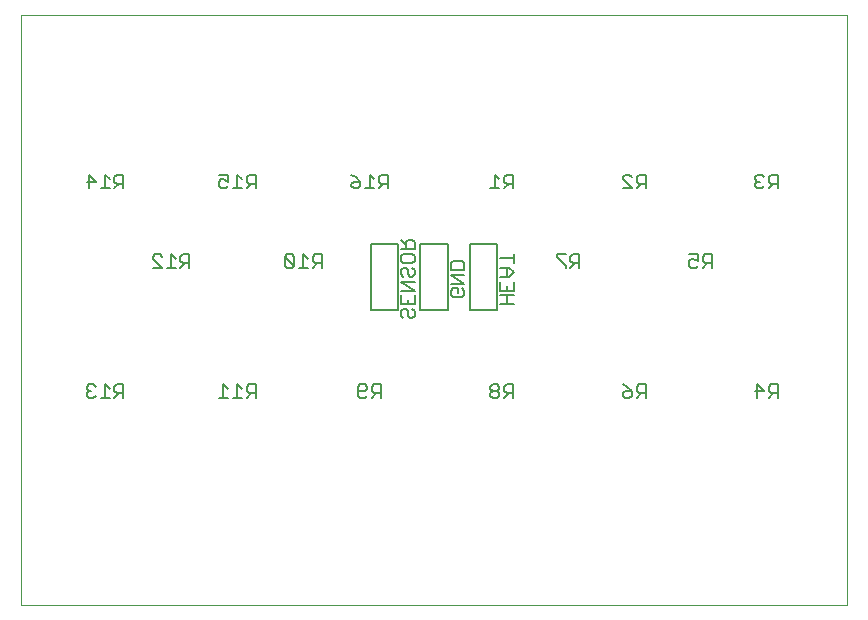
<source format=gbo>
G04 EAGLE Gerber RS-274X export*
G75*
%MOMM*%
%FSLAX34Y34*%
%LPD*%
%INSilk Bottom*%
%IPPOS*%
%AMOC8*
5,1,8,0,0,1.08239X$1,22.5*%
G01*
%ADD10C,0.000000*%
%ADD11C,0.127000*%
%ADD12C,0.152400*%


D10*
X0Y0D02*
X0Y500000D01*
X700000Y500000D01*
X700000Y0D01*
X0Y0D01*
D11*
X417059Y352935D02*
X417059Y364375D01*
X411339Y364375D01*
X409433Y362468D01*
X409433Y358655D01*
X411339Y356748D01*
X417059Y356748D01*
X413246Y356748D02*
X409433Y352935D01*
X405365Y360562D02*
X401552Y364375D01*
X401552Y352935D01*
X405365Y352935D02*
X397739Y352935D01*
X529059Y352935D02*
X529059Y364375D01*
X523339Y364375D01*
X521433Y362468D01*
X521433Y358655D01*
X523339Y356748D01*
X529059Y356748D01*
X525246Y356748D02*
X521433Y352935D01*
X517365Y352935D02*
X509739Y352935D01*
X517365Y352935D02*
X509739Y360562D01*
X509739Y362468D01*
X511645Y364375D01*
X515458Y364375D01*
X517365Y362468D01*
X641059Y364375D02*
X641059Y352935D01*
X641059Y364375D02*
X635339Y364375D01*
X633433Y362468D01*
X633433Y358655D01*
X635339Y356748D01*
X641059Y356748D01*
X637246Y356748D02*
X633433Y352935D01*
X629365Y362468D02*
X627458Y364375D01*
X623645Y364375D01*
X621739Y362468D01*
X621739Y360562D01*
X623645Y358655D01*
X625552Y358655D01*
X623645Y358655D02*
X621739Y356748D01*
X621739Y354842D01*
X623645Y352935D01*
X627458Y352935D01*
X629365Y354842D01*
X641059Y187075D02*
X641059Y175635D01*
X641059Y187075D02*
X635339Y187075D01*
X633432Y185168D01*
X633432Y181355D01*
X635339Y179448D01*
X641059Y179448D01*
X637246Y179448D02*
X633432Y175635D01*
X623645Y175635D02*
X623645Y187075D01*
X629365Y181355D01*
X621739Y181355D01*
X585059Y285635D02*
X585059Y297075D01*
X579339Y297075D01*
X577432Y295168D01*
X577432Y291355D01*
X579339Y289448D01*
X585059Y289448D01*
X581246Y289448D02*
X577432Y285635D01*
X573365Y297075D02*
X565739Y297075D01*
X573365Y297075D02*
X573365Y291355D01*
X569552Y293262D01*
X567645Y293262D01*
X565739Y291355D01*
X565739Y287542D01*
X567645Y285635D01*
X571458Y285635D01*
X573365Y287542D01*
X529059Y187075D02*
X529059Y175635D01*
X529059Y187075D02*
X523339Y187075D01*
X521432Y185168D01*
X521432Y181355D01*
X523339Y179448D01*
X529059Y179448D01*
X525246Y179448D02*
X521432Y175635D01*
X513552Y185168D02*
X509739Y187075D01*
X513552Y185168D02*
X517365Y181355D01*
X517365Y177542D01*
X515458Y175635D01*
X511645Y175635D01*
X509739Y177542D01*
X509739Y179448D01*
X511645Y181355D01*
X517365Y181355D01*
X473059Y285635D02*
X473059Y297075D01*
X467339Y297075D01*
X465432Y295168D01*
X465432Y291355D01*
X467339Y289448D01*
X473059Y289448D01*
X469246Y289448D02*
X465432Y285635D01*
X461365Y297075D02*
X453739Y297075D01*
X453739Y295168D01*
X461365Y287542D01*
X461365Y285635D01*
X417059Y187075D02*
X417059Y175635D01*
X417059Y187075D02*
X411339Y187075D01*
X409432Y185168D01*
X409432Y181355D01*
X411339Y179448D01*
X417059Y179448D01*
X413246Y179448D02*
X409432Y175635D01*
X405365Y185168D02*
X403458Y187075D01*
X399645Y187075D01*
X397739Y185168D01*
X397739Y183262D01*
X399645Y181355D01*
X397739Y179448D01*
X397739Y177542D01*
X399645Y175635D01*
X403458Y175635D01*
X405365Y177542D01*
X405365Y179448D01*
X403458Y181355D01*
X405365Y183262D01*
X405365Y185168D01*
X403458Y181355D02*
X399645Y181355D01*
X305059Y175635D02*
X305059Y187075D01*
X299339Y187075D01*
X297433Y185168D01*
X297433Y181355D01*
X299339Y179448D01*
X305059Y179448D01*
X301246Y179448D02*
X297433Y175635D01*
X293365Y177542D02*
X291458Y175635D01*
X287645Y175635D01*
X285739Y177542D01*
X285739Y185168D01*
X287645Y187075D01*
X291458Y187075D01*
X293365Y185168D01*
X293365Y183262D01*
X291458Y181355D01*
X285739Y181355D01*
X142906Y285635D02*
X142906Y297075D01*
X137186Y297075D01*
X135280Y295168D01*
X135280Y291355D01*
X137186Y289448D01*
X142906Y289448D01*
X139093Y289448D02*
X135280Y285635D01*
X131212Y293262D02*
X127399Y297075D01*
X127399Y285635D01*
X131212Y285635D02*
X123586Y285635D01*
X119518Y285635D02*
X111892Y285635D01*
X119518Y285635D02*
X111892Y293262D01*
X111892Y295168D01*
X113798Y297075D01*
X117611Y297075D01*
X119518Y295168D01*
X198906Y187075D02*
X198906Y175635D01*
X198906Y187075D02*
X193186Y187075D01*
X191280Y185168D01*
X191280Y181355D01*
X193186Y179448D01*
X198906Y179448D01*
X195093Y179448D02*
X191280Y175635D01*
X187212Y183262D02*
X183399Y187075D01*
X183399Y175635D01*
X187212Y175635D02*
X179586Y175635D01*
X175518Y183262D02*
X171705Y187075D01*
X171705Y175635D01*
X175518Y175635D02*
X167892Y175635D01*
X254906Y285635D02*
X254906Y297075D01*
X249186Y297075D01*
X247280Y295168D01*
X247280Y291355D01*
X249186Y289448D01*
X254906Y289448D01*
X251093Y289448D02*
X247280Y285635D01*
X243212Y293262D02*
X239399Y297075D01*
X239399Y285635D01*
X243212Y285635D02*
X235586Y285635D01*
X231518Y287542D02*
X231518Y295168D01*
X229611Y297075D01*
X225798Y297075D01*
X223892Y295168D01*
X223892Y287542D01*
X225798Y285635D01*
X229611Y285635D01*
X231518Y287542D01*
X223892Y295168D01*
D12*
X296316Y305440D02*
X319684Y305440D01*
X319684Y249560D01*
X296316Y249560D01*
X296316Y305440D01*
D11*
X331668Y250680D02*
X333575Y248773D01*
X333575Y244960D01*
X331668Y243053D01*
X329762Y243053D01*
X327855Y244960D01*
X327855Y248773D01*
X325948Y250680D01*
X324042Y250680D01*
X322135Y248773D01*
X322135Y244960D01*
X324042Y243053D01*
X333575Y254747D02*
X333575Y262374D01*
X333575Y254747D02*
X322135Y254747D01*
X322135Y262374D01*
X327855Y258560D02*
X327855Y254747D01*
X322135Y266441D02*
X333575Y266441D01*
X322135Y274067D01*
X333575Y274067D01*
X333575Y283855D02*
X331668Y285761D01*
X333575Y283855D02*
X333575Y280042D01*
X331668Y278135D01*
X329762Y278135D01*
X327855Y280042D01*
X327855Y283855D01*
X325948Y285761D01*
X324042Y285761D01*
X322135Y283855D01*
X322135Y280042D01*
X324042Y278135D01*
X333575Y291736D02*
X333575Y295549D01*
X333575Y291736D02*
X331668Y289829D01*
X324042Y289829D01*
X322135Y291736D01*
X322135Y295549D01*
X324042Y297455D01*
X331668Y297455D01*
X333575Y295549D01*
X333575Y301523D02*
X322135Y301523D01*
X333575Y301523D02*
X333575Y307243D01*
X331668Y309149D01*
X327855Y309149D01*
X325948Y307243D01*
X325948Y301523D01*
X325948Y305336D02*
X322135Y309149D01*
D12*
X338316Y305440D02*
X361684Y305440D01*
X361684Y249560D01*
X338316Y249560D01*
X338316Y305440D01*
D11*
X373668Y268221D02*
X375575Y266314D01*
X375575Y262501D01*
X373668Y260594D01*
X366042Y260594D01*
X364135Y262501D01*
X364135Y266314D01*
X366042Y268221D01*
X369855Y268221D01*
X369855Y264407D01*
X364135Y272288D02*
X375575Y272288D01*
X364135Y279915D01*
X375575Y279915D01*
X375575Y283982D02*
X364135Y283982D01*
X364135Y289702D01*
X366042Y291608D01*
X373668Y291608D01*
X375575Y289702D01*
X375575Y283982D01*
D12*
X380316Y305440D02*
X403684Y305440D01*
X403684Y249560D01*
X380316Y249560D01*
X380316Y305440D01*
D11*
X406135Y254747D02*
X417575Y254747D01*
X411855Y254747D02*
X411855Y262374D01*
X417575Y262374D02*
X406135Y262374D01*
X417575Y266441D02*
X417575Y274068D01*
X417575Y266441D02*
X406135Y266441D01*
X406135Y274068D01*
X411855Y270254D02*
X411855Y266441D01*
X413762Y278135D02*
X406135Y278135D01*
X413762Y278135D02*
X417575Y281948D01*
X413762Y285761D01*
X406135Y285761D01*
X411855Y285761D02*
X411855Y278135D01*
X406135Y293642D02*
X417575Y293642D01*
X417575Y289829D02*
X417575Y297455D01*
X86906Y187075D02*
X86906Y175635D01*
X86906Y187075D02*
X81186Y187075D01*
X79280Y185168D01*
X79280Y181355D01*
X81186Y179448D01*
X86906Y179448D01*
X83093Y179448D02*
X79280Y175635D01*
X75212Y183262D02*
X71399Y187075D01*
X71399Y175635D01*
X75212Y175635D02*
X67586Y175635D01*
X63518Y185168D02*
X61611Y187075D01*
X57798Y187075D01*
X55892Y185168D01*
X55892Y183262D01*
X57798Y181355D01*
X59705Y181355D01*
X57798Y181355D02*
X55892Y179448D01*
X55892Y177542D01*
X57798Y175635D01*
X61611Y175635D01*
X63518Y177542D01*
X86906Y352935D02*
X86906Y364375D01*
X81186Y364375D01*
X79279Y362468D01*
X79279Y358655D01*
X81186Y356748D01*
X86906Y356748D01*
X83093Y356748D02*
X79279Y352935D01*
X75212Y360562D02*
X71399Y364375D01*
X71399Y352935D01*
X75212Y352935D02*
X67586Y352935D01*
X57798Y352935D02*
X57798Y364375D01*
X63518Y358655D01*
X55892Y358655D01*
X198906Y352935D02*
X198906Y364375D01*
X193186Y364375D01*
X191279Y362468D01*
X191279Y358655D01*
X193186Y356748D01*
X198906Y356748D01*
X195093Y356748D02*
X191279Y352935D01*
X187212Y360562D02*
X183399Y364375D01*
X183399Y352935D01*
X187212Y352935D02*
X179586Y352935D01*
X175518Y364375D02*
X167892Y364375D01*
X175518Y364375D02*
X175518Y358655D01*
X171705Y360562D01*
X169798Y360562D01*
X167892Y358655D01*
X167892Y354842D01*
X169798Y352935D01*
X173611Y352935D01*
X175518Y354842D01*
X310906Y352935D02*
X310906Y364375D01*
X305186Y364375D01*
X303279Y362468D01*
X303279Y358655D01*
X305186Y356748D01*
X310906Y356748D01*
X307093Y356748D02*
X303279Y352935D01*
X299212Y360562D02*
X295399Y364375D01*
X295399Y352935D01*
X299212Y352935D02*
X291586Y352935D01*
X283705Y362468D02*
X279892Y364375D01*
X283705Y362468D02*
X287518Y358655D01*
X287518Y354842D01*
X285611Y352935D01*
X281798Y352935D01*
X279892Y354842D01*
X279892Y356748D01*
X281798Y358655D01*
X287518Y358655D01*
M02*

</source>
